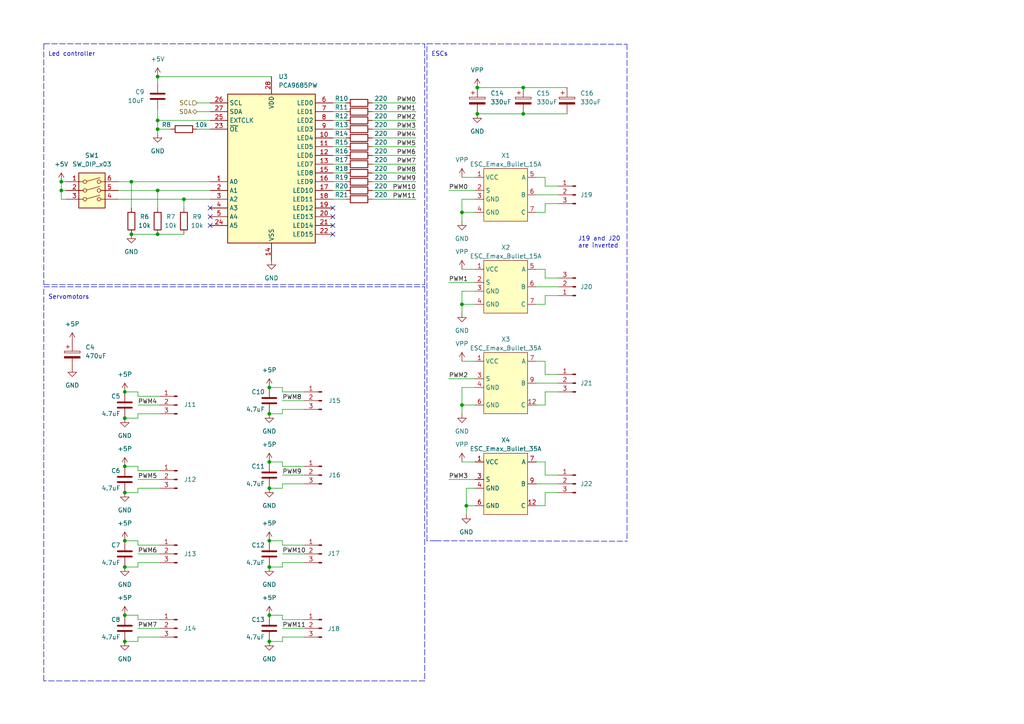
<source format=kicad_sch>
(kicad_sch (version 20211123) (generator eeschema)
  (paper "A4")
  (title_block (title "Carte Actuators") (date "2023-03-07") (rev "V2.0"))
  (lib_symbols
    (symbol "ComponentsEvo:ESC_Emax_Bullet_15A"
      (property "Reference" "X" (at 0 -8.89 0))
      (property "Value" "ESC_Emax_Bullet_15A" (at 0 -10.16 0))
      (symbol "ESC_Emax_Bullet_15A_0_1"
        (rectangle (start -6.35 7.62) (end 6.35 -7.62) (fill (type background)))
      )
      (symbol "ESC_Emax_Bullet_15A_1_1"
        (pin power_in line (at -8.89 5.08 0) (length 2.54) (name "VCC") (number "1"))
        (pin input line (at -8.89 1.27 0) (length 2.54) (name "S") (number "2"))
        (pin passive line (at -8.89 -1.27 0) (length 2.54) (name "GND") (number "3"))
        (pin power_in line (at -8.89 -5.08 0) (length 2.54) (name "GND") (number "4"))
        (pin power_out line (at 8.89 5.08 180) (length 2.54) (name "A") (number "5"))
        (pin power_out line (at 8.89 0 180) (length 2.54) (name "B") (number "6"))
        (pin power_out line (at 8.89 -5.08 180) (length 2.54) (name "C") (number "7"))
      )
    )
    (symbol "ComponentsEvo:ESC_Emax_Bullet_35A"
      (property "Reference" "X" (at 0 -10.16 0))
      (property "Value" "ESC_Emax_Bullet_35A" (at 0 -11.43 0))
      (symbol "ESC_Emax_Bullet_35A_0_1"
        (rectangle (start -6.35 8.89) (end 6.35 -8.89) (fill (type background)))
      )
      (symbol "ESC_Emax_Bullet_35A_1_1"
        (pin power_in line (at -8.89 6.35 0) (length 2.54) (name "VCC") (number "1"))
        (pin power_out line (at 8.89 0 180) (length 2.54) hide (name "B") (number "10"))
        (pin power_out line (at 8.89 -6.35 180) (length 2.54) hide (name "C") (number "11"))
        (pin power_out line (at 8.89 -6.35 180) (length 2.54) (name "C") (number "12"))
        (pin power_in line (at -8.89 6.35 0) (length 2.54) hide (name "VCC") (number "2"))
        (pin input line (at -8.89 1.27 0) (length 2.54) (name "S") (number "3"))
        (pin passive line (at -8.89 -1.27 0) (length 2.54) (name "GND") (number "4"))
        (pin power_in line (at -8.89 -6.35 0) (length 2.54) hide (name "GND") (number "5"))
        (pin power_in line (at -8.89 -6.35 0) (length 2.54) (name "GND") (number "6"))
        (pin power_out line (at 8.89 6.35 180) (length 2.54) (name "A") (number "7"))
        (pin power_out line (at 8.89 6.35 180) (length 2.54) hide (name "A") (number "8"))
        (pin power_out line (at 8.89 0 180) (length 2.54) (name "B") (number "9"))
      )
    )
    (symbol "Connector:Conn_01x03_Male" (pin_names (offset 1.016) hide)
      (property "Reference" "J" (at 0 5.08 0))
      (property "Value" "Conn_01x03_Male" (at 0 -5.08 0))
      (symbol "Conn_01x03_Male_1_1"
        (polyline (pts (xy 1.27 -2.54) (xy 0.8636 -2.54)) (stroke (width 0.1524)))
        (polyline (pts (xy 1.27 0) (xy 0.8636 0)) (stroke (width 0.1524)))
        (polyline (pts (xy 1.27 2.54) (xy 0.8636 2.54)) (stroke (width 0.1524)))
        (rectangle (start 0.8636 -2.413) (end 0 -2.667) (stroke (width 0.1524)) (fill (type outline)))
        (rectangle (start 0.8636 0.127) (end 0 -0.127) (stroke (width 0.1524)) (fill (type outline)))
        (rectangle (start 0.8636 2.667) (end 0 2.413) (stroke (width 0.1524)) (fill (type outline)))
        (pin passive line (at 5.08 2.54 180) (length 3.81) (name "Pin_1") (number "1"))
        (pin passive line (at 5.08 0 180) (length 3.81) (name "Pin_2") (number "2"))
        (pin passive line (at 5.08 -2.54 180) (length 3.81) (name "Pin_3") (number "3"))
      )
    )
    (symbol "Device:C" (pin_numbers hide) (pin_names (offset 0.254))
      (property "Reference" "C" (at 0.635 2.54 0))
      (property "Value" "C" (at 0.635 -2.54 0))
      (symbol "C_0_1"
        (polyline (pts (xy -2.032 -0.762) (xy 2.032 -0.762)) (stroke (width 0.508)))
        (polyline (pts (xy -2.032 0.762) (xy 2.032 0.762)) (stroke (width 0.508)))
      )
      (symbol "C_1_1"
        (pin passive line (at 0 3.81 270) (length 2.794) (name "~") (number "1"))
        (pin passive line (at 0 -3.81 90) (length 2.794) (name "~") (number "2"))
      )
    )
    (symbol "Device:C_Polarized" (pin_numbers hide) (pin_names (offset 0.254))
      (property "Reference" "C" (at 0.635 2.54 0))
      (property "Value" "C_Polarized" (at 0.635 -2.54 0))
      (symbol "C_Polarized_0_1"
        (rectangle (start -2.286 0.508) (end 2.286 1.016))
        (polyline (pts (xy -1.778 2.286) (xy -0.762 2.286)))
        (polyline (pts (xy -1.27 2.794) (xy -1.27 1.778)))
        (rectangle (start 2.286 -0.508) (end -2.286 -1.016) (fill (type outline)))
      )
      (symbol "C_Polarized_1_1"
        (pin passive line (at 0 3.81 270) (length 2.794) (name "~") (number "1"))
        (pin passive line (at 0 -3.81 90) (length 2.794) (name "~") (number "2"))
      )
    )
    (symbol "Device:R" (pin_numbers hide) (pin_names (offset 0))
      (property "Reference" "R" (at 2.032 0 90))
      (property "Value" "R" (at 0 0 90))
      (symbol "R_0_1"
        (rectangle (start -1.016 -2.54) (end 1.016 2.54) (stroke (width 0.254)))
      )
      (symbol "R_1_1"
        (pin passive line (at 0 3.81 270) (length 1.27) (name "~") (number "1"))
        (pin passive line (at 0 -3.81 90) (length 1.27) (name "~") (number "2"))
      )
    )
    (symbol "Driver_LED:PCA9685PW"
      (property "Reference" "U" (at -12.7 22.225 0))
      (property "Value" "PCA9685PW" (at 1.27 22.225 0))
      (symbol "PCA9685PW_0_1"
        (rectangle (start -12.7 20.32) (end 12.7 -22.86) (stroke (width 0.254)) (fill (type background)))
      )
      (symbol "PCA9685PW_1_1"
        (pin input line (at -17.78 -5.08 0) (length 5.08) (name "A0") (number "1"))
        (pin output line (at 17.78 7.62 180) (length 5.08) (name "LED4") (number "10"))
        (pin output line (at 17.78 5.08 180) (length 5.08) (name "LED5") (number "11"))
        (pin output line (at 17.78 2.54 180) (length 5.08) (name "LED6") (number "12"))
        (pin output line (at 17.78 0 180) (length 5.08) (name "LED7") (number "13"))
        (pin power_in line (at 0 -27.94 90) (length 5.08) (name "VSS") (number "14"))
        (pin output line (at 17.78 -2.54 180) (length 5.08) (name "LED8") (number "15"))
        (pin output line (at 17.78 -5.08 180) (length 5.08) (name "LED9") (number "16"))
        (pin output line (at 17.78 -7.62 180) (length 5.08) (name "LED10") (number "17"))
        (pin output line (at 17.78 -10.16 180) (length 5.08) (name "LED11") (number "18"))
        (pin output line (at 17.78 -12.7 180) (length 5.08) (name "LED12") (number "19"))
        (pin input line (at -17.78 -7.62 0) (length 5.08) (name "A1") (number "2"))
        (pin output line (at 17.78 -15.24 180) (length 5.08) (name "LED13") (number "20"))
        (pin output line (at 17.78 -17.78 180) (length 5.08) (name "LED14") (number "21"))
        (pin output line (at 17.78 -20.32 180) (length 5.08) (name "LED15") (number "22"))
        (pin input line (at -17.78 10.16 0) (length 5.08) (name "~{OE}") (number "23"))
        (pin input line (at -17.78 -17.78 0) (length 5.08) (name "A5") (number "24"))
        (pin input line (at -17.78 12.7 0) (length 5.08) (name "EXTCLK") (number "25"))
        (pin input line (at -17.78 17.78 0) (length 5.08) (name "SCL") (number "26"))
        (pin bidirectional line (at -17.78 15.24 0) (length 5.08) (name "SDA") (number "27"))
        (pin power_in line (at 0 25.4 270) (length 5.08) (name "VDD") (number "28"))
        (pin input line (at -17.78 -10.16 0) (length 5.08) (name "A2") (number "3"))
        (pin input line (at -17.78 -12.7 0) (length 5.08) (name "A3") (number "4"))
        (pin input line (at -17.78 -15.24 0) (length 5.08) (name "A4") (number "5"))
        (pin output line (at 17.78 17.78 180) (length 5.08) (name "LED0") (number "6"))
        (pin output line (at 17.78 15.24 180) (length 5.08) (name "LED1") (number "7"))
        (pin output line (at 17.78 12.7 180) (length 5.08) (name "LED2") (number "8"))
        (pin output line (at 17.78 10.16 180) (length 5.08) (name "LED3") (number "9"))
      )
    )
    (symbol "ESC_Emax_Bullet_35A_1"
      (property "Reference" "X" (at 0 -10.16 0))
      (property "Value" "ESC_Emax_Bullet_35A_1" (at 0 -11.43 0))
      (symbol "ESC_Emax_Bullet_35A_1_0_1"
        (rectangle (start -6.35 8.89) (end 6.35 -8.89) (fill (type background)))
      )
      (symbol "ESC_Emax_Bullet_35A_1_1_1"
        (pin power_in line (at -8.89 6.35 0) (length 2.54) (name "VCC") (number "1"))
        (pin power_out line (at 8.89 0 180) (length 2.54) hide (name "B") (number "10"))
        (pin power_out line (at 8.89 -6.35 180) (length 2.54) hide (name "C") (number "11"))
        (pin power_out line (at 8.89 -6.35 180) (length 2.54) (name "C") (number "12"))
        (pin power_in line (at -8.89 6.35 0) (length 2.54) hide (name "VCC") (number "2"))
        (pin input line (at -8.89 1.27 0) (length 2.54) (name "S") (number "3"))
        (pin passive line (at -8.89 -1.27 0) (length 2.54) (name "GND") (number "4"))
        (pin power_in line (at -8.89 -6.35 0) (length 2.54) hide (name "GND") (number "5"))
        (pin power_in line (at -8.89 -6.35 0) (length 2.54) (name "GND") (number "6"))
        (pin power_out line (at 8.89 6.35 180) (length 2.54) (name "A") (number "7"))
        (pin power_out line (at 8.89 6.35 180) (length 2.54) hide (name "A") (number "8"))
        (pin power_out line (at 8.89 0 180) (length 2.54) (name "B") (number "9"))
      )
    )
    (symbol "Switch:SW_DIP_x03" (pin_names (offset 0) hide)
      (property "Reference" "SW" (at 0 8.89 0))
      (property "Value" "SW_DIP_x03" (at 0 -3.81 0))
      (symbol "SW_DIP_x03_0_0"
        (circle (center -2.032 0) (radius 0.508))
        (circle (center -2.032 2.54) (radius 0.508))
        (circle (center -2.032 5.08) (radius 0.508))
        (polyline (pts (xy -1.524 0.127) (xy 2.3622 1.1684)))
        (polyline (pts (xy -1.524 2.667) (xy 2.3622 3.7084)))
        (polyline (pts (xy -1.524 5.207) (xy 2.3622 6.2484)))
        (circle (center 2.032 0) (radius 0.508))
        (circle (center 2.032 2.54) (radius 0.508))
        (circle (center 2.032 5.08) (radius 0.508))
      )
      (symbol "SW_DIP_x03_0_1"
        (rectangle (start -3.81 7.62) (end 3.81 -2.54) (stroke (width 0.254)) (fill (type background)))
      )
      (symbol "SW_DIP_x03_1_1"
        (pin passive line (at -7.62 5.08 0) (length 5.08) (name "~") (number "1"))
        (pin passive line (at -7.62 2.54 0) (length 5.08) (name "~") (number "2"))
        (pin passive line (at -7.62 0 0) (length 5.08) (name "~") (number "3"))
        (pin passive line (at 7.62 0 180) (length 5.08) (name "~") (number "4"))
        (pin passive line (at 7.62 2.54 180) (length 5.08) (name "~") (number "5"))
        (pin passive line (at 7.62 5.08 180) (length 5.08) (name "~") (number "6"))
      )
    )
    (symbol "power:+5P" (power) (pin_names (offset 0))
      (property "Value" "+5P" (at 0 3.556 0))
      (symbol "+5P_0_1"
        (polyline (pts (xy -0.762 1.27) (xy 0 2.54)))
        (polyline (pts (xy 0 0) (xy 0 2.54)))
        (polyline (pts (xy 0 2.54) (xy 0.762 1.27)))
      )
      (symbol "+5P_1_1"
        (pin power_in line (at 0 0 90) (length 0) hide (name "+5P") (number "1"))
      )
    )
    (symbol "power:+5V" (power) (pin_names (offset 0))
      (property "Value" "+5V" (at 0 3.556 0))
      (symbol "+5V_0_1"
        (polyline (pts (xy -0.762 1.27) (xy 0 2.54)))
        (polyline (pts (xy 0 0) (xy 0 2.54)))
        (polyline (pts (xy 0 2.54) (xy 0.762 1.27)))
      )
      (symbol "+5V_1_1"
        (pin power_in line (at 0 0 90) (length 0) hide (name "+5V") (number "1"))
      )
    )
    (symbol "power:GND" (power) (pin_names (offset 0))
      (property "Value" "GND" (at 0 -3.81 0))
      (symbol "GND_0_1"
        (polyline (pts (xy 0 0) (xy 0 -1.27) (xy 1.27 -1.27) (xy 0 -2.54) (xy -1.27 -1.27) (xy 0 -1.27)))
      )
      (symbol "GND_1_1"
        (pin power_in line (at 0 0 270) (length 0) hide (name "GND") (number "1"))
      )
    )
    (symbol "power:VPP" (power) (pin_names (offset 0))
      (property "Value" "VPP" (at 0 3.81 0))
      (symbol "VPP_0_1"
        (polyline (pts (xy -0.762 1.27) (xy 0 2.54)))
        (polyline (pts (xy 0 0) (xy 0 2.54)))
        (polyline (pts (xy 0 2.54) (xy 0.762 1.27)))
      )
      (symbol "VPP_1_1"
        (pin power_in line (at 0 0 90) (length 0) hide (name "VPP") (number "1"))
      )
    )
  )
  (junction (at 151.765 25.4))
  (junction (at 53.34 57.785))
  (junction (at 78.105 164.465))
  (junction (at 133.985 88.265))
  (junction (at 133.985 61.595))
  (junction (at 45.72 37.465))
  (junction (at 78.105 156.845))
  (junction (at 36.195 186.055))
  (junction (at 38.1 52.705))
  (junction (at 45.72 55.245))
  (junction (at 78.105 178.435))
  (junction (at 17.78 52.705))
  (junction (at 17.78 55.245))
  (junction (at 36.195 178.435))
  (junction (at 36.195 135.255))
  (junction (at 38.1 67.945))
  (junction (at 36.195 113.665))
  (junction (at 78.105 133.985))
  (junction (at 135.255 146.685))
  (junction (at 45.72 67.945))
  (junction (at 78.105 186.055))
  (junction (at 78.105 112.395))
  (junction (at 36.195 164.465))
  (junction (at 36.195 121.285))
  (junction (at 133.985 117.475))
  (junction (at 138.43 25.4))
  (junction (at 36.195 156.845))
  (junction (at 45.72 22.225))
  (junction (at 138.43 33.02))
  (junction (at 151.765 33.02))
  (junction (at 78.105 120.015))
  (junction (at 36.195 142.875))
  (junction (at 78.105 141.605))
  (junction (at 45.72 34.925))
  (no_connect (at 96.52 65.405))
  (no_connect (at 96.52 62.865))
  (no_connect (at 60.96 62.865))
  (no_connect (at 96.52 67.945))
  (no_connect (at 96.52 60.325))
  (no_connect (at 60.96 65.405))
  (no_connect (at 60.96 60.325))
  (wire (pts (xy 107.95 42.545) (xy 120.65 42.545)))
  (wire (pts (xy 137.795 141.605) (xy 135.255 141.605)))
  (wire (pts (xy 158.115 137.795) (xy 161.925 137.795)))
  (wire (pts (xy 40.005 117.475) (xy 46.355 117.475)))
  (wire (pts (xy 155.575 83.185) (xy 161.925 83.185)))
  (wire (pts (xy 81.915 156.845) (xy 78.105 156.845)))
  (wire (pts (xy 155.575 61.595) (xy 158.115 61.595)))
  (wire (pts (xy 57.15 29.845) (xy 60.96 29.845)))
  (wire (pts (xy 107.95 29.845) (xy 120.65 29.845)))
  (wire (pts (xy 158.115 142.875) (xy 161.925 142.875)))
  (wire (pts (xy 40.005 160.655) (xy 46.355 160.655)))
  (wire (pts (xy 151.765 25.4) (xy 164.465 25.4)))
  (wire (pts (xy 81.915 137.795) (xy 88.265 137.795)))
  (polyline (pts (xy 12.7 83.185) (xy 123.19 83.185)))
  (wire (pts (xy 151.765 33.02) (xy 164.465 33.02)))
  (wire (pts (xy 38.1 52.705) (xy 60.96 52.705)))
  (wire (pts (xy 133.985 61.595) (xy 137.795 61.595)))
  (wire (pts (xy 130.175 81.915) (xy 137.795 81.915)))
  (wire (pts (xy 81.915 163.195) (xy 88.265 163.195)))
  (wire (pts (xy 158.115 88.265) (xy 158.115 85.725)))
  (wire (pts (xy 17.78 55.245) (xy 19.05 55.245)))
  (wire (pts (xy 107.95 55.245) (xy 120.65 55.245)))
  (wire (pts (xy 17.78 52.705) (xy 17.78 55.245)))
  (wire (pts (xy 40.005 163.195) (xy 46.355 163.195)))
  (polyline (pts (xy 12.7 82.55) (xy 123.19 82.55)))
  (wire (pts (xy 155.575 133.985) (xy 158.115 133.985)))
  (wire (pts (xy 155.575 111.125) (xy 161.925 111.125)))
  (wire (pts (xy 40.005 186.055) (xy 40.005 184.785)))
  (wire (pts (xy 107.95 32.385) (xy 120.65 32.385)))
  (wire (pts (xy 81.915 113.665) (xy 81.915 112.395)))
  (wire (pts (xy 40.005 113.665) (xy 36.195 113.665)))
  (wire (pts (xy 78.105 164.465) (xy 81.915 164.465)))
  (wire (pts (xy 130.175 109.855) (xy 137.795 109.855)))
  (polyline (pts (xy 123.19 82.55) (xy 123.19 12.7)))
  (wire (pts (xy 81.915 118.745) (xy 88.265 118.745)))
  (wire (pts (xy 45.72 60.325) (xy 45.72 55.245)))
  (wire (pts (xy 81.915 141.605) (xy 81.915 140.335)))
  (wire (pts (xy 88.265 113.665) (xy 81.915 113.665)))
  (wire (pts (xy 138.43 25.4) (xy 151.765 25.4)))
  (polyline (pts (xy 181.864 12.827) (xy 181.864 156.972)))
  (wire (pts (xy 158.115 117.475) (xy 158.115 113.665)))
  (wire (pts (xy 133.985 78.105) (xy 137.795 78.105)))
  (wire (pts (xy 88.265 158.115) (xy 81.915 158.115)))
  (wire (pts (xy 96.52 29.845) (xy 100.33 29.845)))
  (wire (pts (xy 158.115 78.105) (xy 158.115 80.645)))
  (polyline (pts (xy 12.7 197.485) (xy 12.7 83.185)))
  (wire (pts (xy 81.915 164.465) (xy 81.915 163.195)))
  (wire (pts (xy 19.05 57.785) (xy 17.78 57.785)))
  (wire (pts (xy 38.1 52.705) (xy 38.1 60.325)))
  (polyline (pts (xy 123.19 197.485) (xy 12.7 197.485)))
  (wire (pts (xy 45.72 22.225) (xy 45.72 24.13)))
  (wire (pts (xy 107.95 34.925) (xy 120.65 34.925)))
  (wire (pts (xy 81.915 140.335) (xy 88.265 140.335)))
  (wire (pts (xy 45.72 31.75) (xy 45.72 34.925)))
  (wire (pts (xy 96.52 52.705) (xy 100.33 52.705)))
  (wire (pts (xy 135.255 146.685) (xy 137.795 146.685)))
  (wire (pts (xy 107.95 45.085) (xy 120.65 45.085)))
  (wire (pts (xy 57.15 37.465) (xy 60.96 37.465)))
  (wire (pts (xy 81.915 135.255) (xy 81.915 133.985)))
  (wire (pts (xy 158.115 85.725) (xy 161.925 85.725)))
  (wire (pts (xy 158.115 133.985) (xy 158.115 137.795)))
  (wire (pts (xy 81.915 133.985) (xy 78.105 133.985)))
  (wire (pts (xy 40.005 142.875) (xy 40.005 141.605)))
  (polyline (pts (xy 123.825 156.845) (xy 123.825 12.7)))
  (wire (pts (xy 96.52 47.625) (xy 100.33 47.625)))
  (wire (pts (xy 96.52 45.085) (xy 100.33 45.085)))
  (wire (pts (xy 107.95 37.465) (xy 120.65 37.465)))
  (wire (pts (xy 133.985 51.435) (xy 137.795 51.435)))
  (wire (pts (xy 40.005 136.525) (xy 40.005 135.255)))
  (wire (pts (xy 96.52 57.785) (xy 100.33 57.785)))
  (wire (pts (xy 133.985 90.805) (xy 133.985 88.265)))
  (wire (pts (xy 36.195 121.285) (xy 40.005 121.285)))
  (wire (pts (xy 81.915 112.395) (xy 78.105 112.395)))
  (wire (pts (xy 45.72 37.465) (xy 49.53 37.465)))
  (wire (pts (xy 81.915 182.245) (xy 88.265 182.245)))
  (wire (pts (xy 46.355 179.705) (xy 40.005 179.705)))
  (wire (pts (xy 40.005 184.785) (xy 46.355 184.785)))
  (wire (pts (xy 46.355 158.115) (xy 40.005 158.115)))
  (wire (pts (xy 40.005 139.065) (xy 46.355 139.065)))
  (wire (pts (xy 158.115 80.645) (xy 161.925 80.645)))
  (wire (pts (xy 57.15 32.385) (xy 60.96 32.385)))
  (wire (pts (xy 158.115 59.055) (xy 161.925 59.055)))
  (wire (pts (xy 81.915 158.115) (xy 81.915 156.845)))
  (wire (pts (xy 40.005 121.285) (xy 40.005 120.015)))
  (wire (pts (xy 107.95 57.785) (xy 120.65 57.785)))
  (wire (pts (xy 81.915 184.785) (xy 88.265 184.785)))
  (wire (pts (xy 40.005 135.255) (xy 36.195 135.255)))
  (wire (pts (xy 158.115 146.685) (xy 158.115 142.875)))
  (wire (pts (xy 96.52 37.465) (xy 100.33 37.465)))
  (wire (pts (xy 133.985 88.265) (xy 133.985 84.455)))
  (wire (pts (xy 155.575 56.515) (xy 161.925 56.515)))
  (wire (pts (xy 53.34 57.785) (xy 60.96 57.785)))
  (wire (pts (xy 46.355 114.935) (xy 40.005 114.935)))
  (wire (pts (xy 133.985 84.455) (xy 137.795 84.455)))
  (wire (pts (xy 36.195 186.055) (xy 40.005 186.055)))
  (wire (pts (xy 40.005 164.465) (xy 40.005 163.195)))
  (wire (pts (xy 45.72 22.225) (xy 78.74 22.225)))
  (wire (pts (xy 158.115 113.665) (xy 161.925 113.665)))
  (wire (pts (xy 133.985 64.135) (xy 133.985 61.595)))
  (wire (pts (xy 17.78 52.705) (xy 19.05 52.705)))
  (wire (pts (xy 36.195 142.875) (xy 40.005 142.875)))
  (wire (pts (xy 155.575 146.685) (xy 158.115 146.685)))
  (wire (pts (xy 40.005 120.015) (xy 46.355 120.015)))
  (wire (pts (xy 53.34 60.325) (xy 53.34 57.785)))
  (wire (pts (xy 36.195 164.465) (xy 40.005 164.465)))
  (wire (pts (xy 107.95 40.005) (xy 120.65 40.005)))
  (wire (pts (xy 81.915 178.435) (xy 78.105 178.435)))
  (polyline (pts (xy 123.19 83.185) (xy 123.19 197.485)))
  (wire (pts (xy 40.005 179.705) (xy 40.005 178.435)))
  (wire (pts (xy 130.175 55.245) (xy 137.795 55.245)))
  (wire (pts (xy 138.43 33.02) (xy 151.765 33.02)))
  (wire (pts (xy 96.52 42.545) (xy 100.33 42.545)))
  (wire (pts (xy 78.105 141.605) (xy 81.915 141.605)))
  (wire (pts (xy 135.255 146.685) (xy 135.255 149.225)))
  (wire (pts (xy 81.915 120.015) (xy 81.915 118.745)))
  (polyline (pts (xy 12.7 12.7) (xy 12.7 82.55)))
  (wire (pts (xy 96.52 50.165) (xy 100.33 50.165)))
  (wire (pts (xy 133.985 117.475) (xy 137.795 117.475)))
  (wire (pts (xy 81.915 179.705) (xy 81.915 178.435)))
  (wire (pts (xy 133.985 133.985) (xy 137.795 133.985)))
  (wire (pts (xy 38.1 67.945) (xy 45.72 67.945)))
  (wire (pts (xy 96.52 34.925) (xy 100.33 34.925)))
  (wire (pts (xy 45.72 55.245) (xy 60.96 55.245)))
  (polyline (pts (xy 126.365 156.845) (xy 123.825 156.845)))
  (wire (pts (xy 158.115 53.975) (xy 158.115 51.435)))
  (wire (pts (xy 155.575 88.265) (xy 158.115 88.265)))
  (wire (pts (xy 40.005 178.435) (xy 36.195 178.435)))
  (wire (pts (xy 78.105 120.015) (xy 81.915 120.015)))
  (wire (pts (xy 161.925 53.975) (xy 158.115 53.975)))
  (wire (pts (xy 45.72 37.465) (xy 45.72 38.735)))
  (wire (pts (xy 88.265 179.705) (xy 81.915 179.705)))
  (wire (pts (xy 107.95 50.165) (xy 120.65 50.165)))
  (wire (pts (xy 81.915 186.055) (xy 81.915 184.785)))
  (wire (pts (xy 133.985 104.775) (xy 137.795 104.775)))
  (wire (pts (xy 78.105 186.055) (xy 81.915 186.055)))
  (wire (pts (xy 133.985 88.265) (xy 137.795 88.265)))
  (wire (pts (xy 40.005 156.845) (xy 36.195 156.845)))
  (wire (pts (xy 158.115 61.595) (xy 158.115 59.055)))
  (polyline (pts (xy 12.7 12.7) (xy 123.19 12.7)))
  (wire (pts (xy 81.915 116.205) (xy 88.265 116.205)))
  (wire (pts (xy 155.575 140.335) (xy 161.925 140.335)))
  (wire (pts (xy 40.005 182.245) (xy 46.355 182.245)))
  (wire (pts (xy 40.005 141.605) (xy 46.355 141.605)))
  (wire (pts (xy 133.985 57.785) (xy 137.795 57.785)))
  (polyline (pts (xy 126.365 156.845) (xy 181.864 156.972)))
  (wire (pts (xy 81.915 160.655) (xy 88.265 160.655)))
  (wire (pts (xy 34.29 55.245) (xy 45.72 55.245)))
  (wire (pts (xy 158.115 108.585) (xy 158.115 104.775)))
  (wire (pts (xy 40.005 114.935) (xy 40.005 113.665)))
  (wire (pts (xy 34.29 52.705) (xy 38.1 52.705)))
  (wire (pts (xy 60.96 34.925) (xy 45.72 34.925)))
  (wire (pts (xy 107.95 52.705) (xy 120.65 52.705)))
  (wire (pts (xy 158.115 108.585) (xy 161.925 108.585)))
  (wire (pts (xy 130.175 139.065) (xy 137.795 139.065)))
  (wire (pts (xy 133.985 120.015) (xy 133.985 117.475)))
  (polyline (pts (xy 123.825 12.7) (xy 181.864 12.827)))
  (wire (pts (xy 96.52 40.005) (xy 100.33 40.005)))
  (wire (pts (xy 107.95 47.625) (xy 120.65 47.625)))
  (wire (pts (xy 133.985 61.595) (xy 133.985 57.785)))
  (wire (pts (xy 88.265 135.255) (xy 81.915 135.255)))
  (wire (pts (xy 155.575 117.475) (xy 158.115 117.475)))
  (wire (pts (xy 17.78 55.245) (xy 17.78 57.785)))
  (wire (pts (xy 40.005 158.115) (xy 40.005 156.845)))
  (wire (pts (xy 133.985 117.475) (xy 133.985 112.395)))
  (wire (pts (xy 135.255 141.605) (xy 135.255 146.685)))
  (wire (pts (xy 155.575 78.105) (xy 158.115 78.105)))
  (wire (pts (xy 133.985 112.395) (xy 137.795 112.395)))
  (wire (pts (xy 96.52 55.245) (xy 100.33 55.245)))
  (wire (pts (xy 96.52 32.385) (xy 100.33 32.385)))
  (wire (pts (xy 34.29 57.785) (xy 53.34 57.785)))
  (wire (pts (xy 155.575 51.435) (xy 158.115 51.435)))
  (wire (pts (xy 45.72 67.945) (xy 53.34 67.945)))
  (wire (pts (xy 155.575 104.775) (xy 158.115 104.775)))
  (wire (pts (xy 45.72 34.925) (xy 45.72 37.465)))
  (wire (pts (xy 46.355 136.525) (xy 40.005 136.525)))
  (text "ESCs" (at 125.095 16.51 0) (effects (font (size 1.27 1.27)) (justify left bottom)))
  (text "J19 and J20\nare inverted" (at 167.64 72.136 0) (effects (font (size 1.27 1.27)) (justify left bottom)))
  (text "Led controller" (at 13.97 16.51 0) (effects (font (size 1.27 1.27)) (justify left bottom)))
  (text "Servomotors" (at 13.97 86.995 0) (effects (font (size 1.27 1.27)) (justify left bottom)))
  (label "PWM5" (at 40.005 139.065 0))
  (label "PWM1" (at 120.65 32.385 180))
  (label "PWM4" (at 120.65 40.005 180))
  (label "PWM6" (at 120.65 45.085 180))
  (label "PWM10" (at 81.915 160.655 0))
  (label "PWM9" (at 120.65 52.705 180))
  (label "PWM6" (at 40.005 160.655 0))
  (label "PWM11" (at 120.65 57.785 180))
  (label "PWM2" (at 120.65 34.925 180))
  (label "PWM2" (at 130.175 109.855 0))
  (label "PWM10" (at 120.65 55.245 180))
  (label "PWM11" (at 81.915 182.245 0))
  (label "PWM3" (at 120.65 37.465 180))
  (label "PWM5" (at 120.65 42.545 180))
  (label "PWM9" (at 81.915 137.795 0))
  (label "PWM0" (at 120.65 29.845 180))
  (label "PWM3" (at 130.175 139.065 0))
  (label "PWM8" (at 81.915 116.205 0))
  (label "PWM7" (at 40.005 182.245 0))
  (label "PWM1" (at 130.175 81.915 0))
  (label "PWM4" (at 40.005 117.475 0))
  (label "PWM0" (at 130.175 55.245 0))
  (label "PWM8" (at 120.65 50.165 180))
  (label "PWM7" (at 120.65 47.625 180))
  (hierarchical_label "SDA" (shape bidirectional) (at 57.15 32.385 180))
  (hierarchical_label "SCL" (shape input) (at 57.15 29.845 180))
  (symbol (lib_id "ComponentsEvo:ESC_Emax_Bullet_35A") (at 146.685 140.335 0) (unit 1)
    (property "Reference" "X4" (at 146.685 127.635 0))
    (property "Value" "ESC_Emax_Bullet_35A" (at 146.685 130.175 0))
    (property "Footprint" "ComponentsEvo:ESC_Emax_Bullet_35A" (effects hide))
  )
  (symbol (lib_id "Device:R") (at 53.34 64.135 0) (unit 1)
    (property "Reference" "R9" (at 57.15 62.865 0))
    (property "Value" "10k" (at 57.15 65.405 0))
    (property "Footprint" "Resistor_SMD:R_0603_1608Metric" (effects hide))
  )
  (symbol (lib_id "power:VPP") (at 133.985 104.775 0) (unit 1)
    (property "Reference" "#PWR070" (effects hide))
    (property "Value" "VPP" (at 133.985 99.695 0))
  )
  (symbol (lib_id "power:GND") (at 45.72 38.735 0) (unit 1)
    (property "Reference" "#PWR056" (effects hide))
    (property "Value" "GND" (at 45.72 43.815 0))
  )
  (symbol (lib_id "Connector:Conn_01x03_Male") (at 167.005 111.125 0) (mirror y) (unit 1)
    (property "Reference" "J21" (at 168.275 111.125 0) (effects (justify right)))
    (property "Value" "Conn_01x03_Male" (effects hide))
    (property "Footprint" "ConnectorsEvo:64900311122" (effects hide))
  )
  (symbol (lib_id "Connector:Conn_01x03_Male") (at 51.435 139.065 0) (mirror y) (unit 1)
    (property "Reference" "J12" (at 53.34 139.0649 0) (effects (justify right)))
    (property "Value" "Conn_01x03_Male" (effects hide))
    (property "Footprint" "Connector_PinHeader_2.54mm:PinHeader_1x03_P2.54mm_Vertical" (effects hide))
  )
  (symbol (lib_id "power:VPP") (at 138.43 25.4 0) (unit 1)
    (property "Reference" "#PWR074" (effects hide))
    (property "Value" "VPP" (at 138.43 20.32 0))
  )
  (symbol (lib_id "Device:C") (at 36.195 139.065 0) (mirror y) (unit 1)
    (property "Reference" "C6" (at 34.925 136.525 0) (effects (justify left)))
    (property "Value" "4.7uF" (at 34.925 141.605 0) (effects (justify left)))
    (property "Footprint" "Capacitor_SMD:C_0603_1608Metric" (effects hide))
  )
  (symbol (lib_id "Device:C_Polarized") (at 20.955 102.87 0) (unit 1)
    (property "Reference" "C4" (at 24.765 100.7109 0) (effects (justify left)))
    (property "Value" "470uF" (at 24.765 103.2509 0) (effects (justify left)))
    (property "Footprint" "Capacitor_THT:CP_Radial_D10.0mm_P5.00mm" (effects hide))
  )
  (symbol (lib_id "power:+5P") (at 78.105 112.395 0) (unit 1)
    (property "Reference" "#PWR057" (effects hide))
    (property "Value" "+5P" (at 78.105 107.315 0))
  )
  (symbol (lib_id "power:+5P") (at 78.105 156.845 0) (unit 1)
    (property "Reference" "#PWR061" (effects hide))
    (property "Value" "+5P" (at 78.105 151.765 0))
  )
  (symbol (lib_id "power:+5V") (at 45.72 22.225 0) (unit 1)
    (property "Reference" "#PWR055" (effects hide))
    (property "Value" "+5V" (at 45.72 17.145 0))
  )
  (symbol (lib_id "Device:C") (at 78.105 137.795 0) (mirror y) (unit 1)
    (property "Reference" "C11" (at 76.835 135.255 0) (effects (justify left)))
    (property "Value" "4.7uF" (at 76.835 140.335 0) (effects (justify left)))
    (property "Footprint" "Capacitor_SMD:C_0603_1608Metric" (effects hide))
  )
  (symbol (lib_id "Device:R") (at 104.14 50.165 90) (unit 1)
    (property "Reference" "R18" (at 99.06 48.895 90))
    (property "Value" "220" (at 110.49 48.895 90))
    (property "Footprint" "Resistor_SMD:R_0603_1608Metric" (effects hide))
  )
  (symbol (lib_id "power:+5P") (at 36.195 135.255 0) (unit 1)
    (property "Reference" "#PWR048" (effects hide))
    (property "Value" "+5P" (at 36.195 130.175 0))
  )
  (symbol (lib_id "Connector:Conn_01x03_Male") (at 167.005 140.335 0) (mirror y) (unit 1)
    (property "Reference" "J22" (at 168.275 140.335 0) (effects (justify right)))
    (property "Value" "Conn_01x03_Male" (effects hide))
    (property "Footprint" "ConnectorsEvo:64900311122" (effects hide))
  )
  (symbol (lib_id "Device:C") (at 36.195 117.475 0) (mirror y) (unit 1)
    (property "Reference" "C5" (at 34.925 114.935 0) (effects (justify left)))
    (property "Value" "4.7uF" (at 34.925 120.015 0) (effects (justify left)))
    (property "Footprint" "Capacitor_SMD:C_0603_1608Metric" (effects hide))
  )
  (symbol (lib_id "Device:C") (at 78.105 182.245 0) (mirror y) (unit 1)
    (property "Reference" "C13" (at 76.835 179.705 0) (effects (justify left)))
    (property "Value" "4.7uF" (at 76.835 184.785 0) (effects (justify left)))
    (property "Footprint" "Capacitor_SMD:C_0603_1608Metric" (effects hide))
  )
  (symbol (lib_id "Device:R") (at 45.72 64.135 0) (unit 1)
    (property "Reference" "R7" (at 49.53 62.865 0))
    (property "Value" "10k" (at 49.53 65.405 0))
    (property "Footprint" "Resistor_SMD:R_0603_1608Metric" (effects hide))
  )
  (symbol (lib_name "ESC_Emax_Bullet_35A_1") (lib_id "ComponentsEvo:ESC_Emax_Bullet_35A") (at 146.685 111.125 0) (unit 1)
    (property "Reference" "X3" (at 146.685 98.425 0))
    (property "Value" "ESC_Emax_Bullet_35A" (at 146.685 100.965 0))
    (property "Footprint" "ComponentsEvo:ESC_Emax_Bullet_35A" (effects hide))
  )
  (symbol (lib_id "power:VPP") (at 133.985 133.985 0) (unit 1)
    (property "Reference" "#PWR072" (effects hide))
    (property "Value" "VPP" (at 133.985 128.905 0))
  )
  (symbol (lib_id "Device:C") (at 45.72 27.94 0) (mirror x) (unit 1)
    (property "Reference" "C9" (at 41.91 26.6699 0) (effects (justify right)))
    (property "Value" "10uF" (at 41.91 29.2099 0) (effects (justify right)))
    (property "Footprint" "Capacitor_SMD:C_0603_1608Metric" (effects hide))
  )
  (symbol (lib_id "Device:R") (at 104.14 40.005 90) (unit 1)
    (property "Reference" "R14" (at 99.06 38.735 90))
    (property "Value" "220" (at 110.49 38.735 90))
    (property "Footprint" "Resistor_SMD:R_0603_1608Metric" (effects hide))
  )
  (symbol (lib_id "Device:C_Polarized") (at 151.765 29.21 0) (unit 1)
    (property "Reference" "C15" (at 155.575 27.0509 0) (effects (justify left)))
    (property "Value" "330uF" (at 155.575 29.5909 0) (effects (justify left)))
    (property "Footprint" "Capacitor_THT:CP_Radial_D10.0mm_P5.00mm" (effects hide))
  )
  (symbol (lib_id "Device:C_Polarized") (at 138.43 29.21 0) (unit 1)
    (property "Reference" "C14" (at 142.24 27.0509 0) (effects (justify left)))
    (property "Value" "330uF" (at 142.24 29.5909 0) (effects (justify left)))
    (property "Footprint" "Capacitor_THT:CP_Radial_D10.0mm_P5.00mm" (effects hide))
  )
  (symbol (lib_id "Device:C") (at 36.195 160.655 0) (mirror y) (unit 1)
    (property "Reference" "C7" (at 34.925 158.115 0) (effects (justify left)))
    (property "Value" "4.7uF" (at 34.925 163.195 0) (effects (justify left)))
    (property "Footprint" "Capacitor_SMD:C_0603_1608Metric" (effects hide))
  )
  (symbol (lib_id "power:+5V") (at 17.78 52.705 0) (unit 1)
    (property "Reference" "#PWR043" (effects hide))
    (property "Value" "+5V" (at 17.78 47.625 0))
  )
  (symbol (lib_id "power:GND") (at 138.43 33.02 0) (unit 1)
    (property "Reference" "#PWR075" (effects hide))
    (property "Value" "GND" (at 138.43 38.1 0))
  )
  (symbol (lib_id "Driver_LED:PCA9685PW") (at 78.74 47.625 0) (unit 1)
    (property "Reference" "U3" (at 80.7594 22.225 0) (effects (justify left)))
    (property "Value" "PCA9685PW" (at 80.7594 24.765 0) (effects (justify left)))
    (property "Footprint" "Package_SO:TSSOP-28_4.4x9.7mm_P0.65mm" (effects hide))
    (property "Datasheet" "http://www.nxp.com/documents/data_sheet/PCA9685.pdf" (effects hide))
  )
  (symbol (lib_id "Device:R") (at 104.14 29.845 90) (unit 1)
    (property "Reference" "R10" (at 99.06 28.575 90))
    (property "Value" "220" (at 110.49 28.575 90))
    (property "Footprint" "Resistor_SMD:R_0603_1608Metric" (effects hide))
  )
  (symbol (lib_id "Connector:Conn_01x03_Male") (at 51.435 160.655 0) (mirror y) (unit 1)
    (property "Reference" "J13" (at 53.34 160.6549 0) (effects (justify right)))
    (property "Value" "Conn_01x03_Male" (effects hide))
    (property "Footprint" "Connector_PinHeader_2.54mm:PinHeader_1x03_P2.54mm_Vertical" (effects hide))
  )
  (symbol (lib_id "power:+5P") (at 36.195 156.845 0) (unit 1)
    (property "Reference" "#PWR050" (effects hide))
    (property "Value" "+5P" (at 36.195 151.765 0))
  )
  (symbol (lib_id "power:+5P") (at 36.195 178.435 0) (unit 1)
    (property "Reference" "#PWR052" (effects hide))
    (property "Value" "+5P" (at 36.195 173.355 0))
  )
  (symbol (lib_id "Device:R") (at 53.34 37.465 90) (unit 1)
    (property "Reference" "R8" (at 48.26 36.195 90))
    (property "Value" "10k" (at 58.42 36.195 90))
    (property "Footprint" "Resistor_SMD:R_0603_1608Metric" (effects hide))
  )
  (symbol (lib_id "Device:R") (at 104.14 57.785 90) (unit 1)
    (property "Reference" "R21" (at 99.06 56.515 90))
    (property "Value" "220" (at 110.49 56.515 90))
    (property "Footprint" "Resistor_SMD:R_0603_1608Metric" (effects hide))
  )
  (symbol (lib_id "power:GND") (at 20.955 106.68 0) (unit 1)
    (property "Reference" "#PWR045" (effects hide))
    (property "Value" "GND" (at 20.955 111.76 0))
  )
  (symbol (lib_id "power:GND") (at 36.195 142.875 0) (unit 1)
    (property "Reference" "#PWR049" (effects hide))
    (property "Value" "GND" (at 36.195 147.955 0))
  )
  (symbol (lib_id "ComponentsEvo:ESC_Emax_Bullet_15A") (at 146.685 56.515 0) (unit 1)
    (property "Reference" "X1" (at 146.685 45.085 0))
    (property "Value" "ESC_Emax_Bullet_15A" (at 146.685 47.625 0))
    (property "Footprint" "ComponentsEvo:ESC_Emax_Bullet_15A" (effects hide))
  )
  (symbol (lib_id "Device:C_Polarized") (at 164.465 29.21 0) (unit 1)
    (property "Reference" "C16" (at 168.275 27.0509 0) (effects (justify left)))
    (property "Value" "330uF" (at 168.275 29.5909 0) (effects (justify left)))
    (property "Footprint" "Capacitor_THT:CP_Radial_D10.0mm_P5.00mm" (effects hide))
  )
  (symbol (lib_id "Switch:SW_DIP_x03") (at 26.67 57.785 0) (unit 1)
    (property "Reference" "SW1" (at 26.67 45.085 0))
    (property "Value" "SW_DIP_x03" (at 26.67 47.625 0))
    (property "Footprint" "Button_Switch_SMD:SW_DIP_SPSTx03_Slide_KingTek_DSHP03TS_W7.62mm_P1.27mm" (effects hide))
  )
  (symbol (lib_id "power:GND") (at 133.985 90.805 0) (unit 1)
    (property "Reference" "#PWR069" (effects hide))
    (property "Value" "GND" (at 133.985 95.885 0))
  )
  (symbol (lib_id "power:+5P") (at 78.105 178.435 0) (unit 1)
    (property "Reference" "#PWR063" (effects hide))
    (property "Value" "+5P" (at 78.105 173.355 0))
  )
  (symbol (lib_id "Device:R") (at 104.14 42.545 90) (unit 1)
    (property "Reference" "R15" (at 99.06 41.275 90))
    (property "Value" "220" (at 110.49 41.275 90))
    (property "Footprint" "Resistor_SMD:R_0603_1608Metric" (effects hide))
  )
  (symbol (lib_id "power:GND") (at 78.105 141.605 0) (unit 1)
    (property "Reference" "#PWR060" (effects hide))
    (property "Value" "GND" (at 78.105 146.685 0))
  )
  (symbol (lib_id "power:VPP") (at 133.985 78.105 0) (unit 1)
    (property "Reference" "#PWR068" (effects hide))
    (property "Value" "VPP" (at 133.985 73.025 0))
  )
  (symbol (lib_id "power:GND") (at 38.1 67.945 0) (unit 1)
    (property "Reference" "#PWR054" (effects hide))
    (property "Value" "GND" (at 38.1 73.025 0))
  )
  (symbol (lib_id "Connector:Conn_01x03_Male") (at 167.005 83.185 180) (unit 1)
    (property "Reference" "J20" (at 168.275 83.185 0) (effects (justify right)))
    (property "Value" "Conn_01x03_Male" (effects hide))
    (property "Footprint" "ConnectorsEvo:64900311122" (effects hide))
  )
  (symbol (lib_id "Device:R") (at 104.14 45.085 90) (unit 1)
    (property "Reference" "R16" (at 99.06 43.815 90))
    (property "Value" "220" (at 110.49 43.815 90))
    (property "Footprint" "Resistor_SMD:R_0603_1608Metric" (effects hide))
  )
  (symbol (lib_id "Connector:Conn_01x03_Male") (at 51.435 182.245 0) (mirror y) (unit 1)
    (property "Reference" "J14" (at 53.34 182.2449 0) (effects (justify right)))
    (property "Value" "Conn_01x03_Male" (effects hide))
    (property "Footprint" "Connector_PinHeader_2.54mm:PinHeader_1x03_P2.54mm_Vertical" (effects hide))
  )
  (symbol (lib_id "power:+5P") (at 36.195 113.665 0) (unit 1)
    (property "Reference" "#PWR046" (effects hide))
    (property "Value" "+5P" (at 36.195 108.585 0))
  )
  (symbol (lib_id "power:GND") (at 36.195 164.465 0) (unit 1)
    (property "Reference" "#PWR051" (effects hide))
    (property "Value" "GND" (at 36.195 169.545 0))
  )
  (symbol (lib_id "ComponentsEvo:ESC_Emax_Bullet_15A") (at 146.685 83.185 0) (unit 1)
    (property "Reference" "X2" (at 146.685 71.755 0))
    (property "Value" "ESC_Emax_Bullet_15A" (at 146.685 74.295 0))
    (property "Footprint" "ComponentsEvo:ESC_Emax_Bullet_15A" (effects hide))
  )
  (symbol (lib_id "Device:R") (at 104.14 34.925 90) (unit 1)
    (property "Reference" "R12" (at 99.06 33.655 90))
    (property "Value" "220" (at 110.49 33.655 90))
    (property "Footprint" "Resistor_SMD:R_0603_1608Metric" (effects hide))
  )
  (symbol (lib_id "Device:C") (at 78.105 160.655 0) (mirror y) (unit 1)
    (property "Reference" "C12" (at 76.835 158.115 0) (effects (justify left)))
    (property "Value" "4.7uF" (at 76.835 163.195 0) (effects (justify left)))
    (property "Footprint" "Capacitor_SMD:C_0603_1608Metric" (effects hide))
  )
  (symbol (lib_id "power:GND") (at 135.255 149.225 0) (unit 1)
    (property "Reference" "#PWR073" (effects hide))
    (property "Value" "GND" (at 135.255 154.305 0))
  )
  (symbol (lib_id "Device:R") (at 104.14 37.465 90) (unit 1)
    (property "Reference" "R13" (at 99.06 36.195 90))
    (property "Value" "220" (at 110.49 36.195 90))
    (property "Footprint" "Resistor_SMD:R_0603_1608Metric" (effects hide))
  )
  (symbol (lib_id "Connector:Conn_01x03_Male") (at 93.345 116.205 0) (mirror y) (unit 1)
    (property "Reference" "J15" (at 95.25 116.2049 0) (effects (justify right)))
    (property "Value" "Conn_01x03_Male" (effects hide))
    (property "Footprint" "Connector_PinHeader_2.54mm:PinHeader_1x03_P2.54mm_Vertical" (effects hide))
  )
  (symbol (lib_id "power:+5P") (at 78.105 133.985 0) (unit 1)
    (property "Reference" "#PWR059" (effects hide))
    (property "Value" "+5P" (at 78.105 128.905 0))
  )
  (symbol (lib_id "power:GND") (at 133.985 64.135 0) (unit 1)
    (property "Reference" "#PWR067" (effects hide))
    (property "Value" "GND" (at 133.985 69.215 0))
  )
  (symbol (lib_id "power:GND") (at 133.985 120.015 0) (unit 1)
    (property "Reference" "#PWR071" (effects hide))
    (property "Value" "GND" (at 133.985 125.095 0))
  )
  (symbol (lib_id "Connector:Conn_01x03_Male") (at 93.345 137.795 0) (mirror y) (unit 1)
    (property "Reference" "J16" (at 95.25 137.7949 0) (effects (justify right)))
    (property "Value" "Conn_01x03_Male" (effects hide))
    (property "Footprint" "Connector_PinHeader_2.54mm:PinHeader_1x03_P2.54mm_Vertical" (effects hide))
  )
  (symbol (lib_id "Connector:Conn_01x03_Male") (at 93.345 182.245 0) (mirror y) (unit 1)
    (property "Reference" "J18" (at 94.996 182.372 0) (effects (justify right)))
    (property "Value" "Conn_01x03_Male" (effects hide))
    (property "Footprint" "Connector_PinHeader_2.54mm:PinHeader_1x03_P2.54mm_Vertical" (effects hide))
  )
  (symbol (lib_id "Device:R") (at 38.1 64.135 0) (unit 1)
    (property "Reference" "R6" (at 41.91 62.865 0))
    (property "Value" "10k" (at 41.91 65.405 0))
    (property "Footprint" "Resistor_SMD:R_0603_1608Metric" (effects hide))
  )
  (symbol (lib_id "power:GND") (at 78.105 186.055 0) (unit 1)
    (property "Reference" "#PWR064" (effects hide))
    (property "Value" "GND" (at 78.105 191.135 0))
  )
  (symbol (lib_id "Connector:Conn_01x03_Male") (at 167.005 56.515 0) (mirror y) (unit 1)
    (property "Reference" "J19" (at 168.275 56.515 0) (effects (justify right)))
    (property "Value" "Conn_01x03_Male" (effects hide))
    (property "Footprint" "ConnectorsEvo:64900311122" (effects hide))
  )
  (symbol (lib_id "power:GND") (at 36.195 186.055 0) (unit 1)
    (property "Reference" "#PWR053" (effects hide))
    (property "Value" "GND" (at 36.195 191.135 0))
  )
  (symbol (lib_id "Connector:Conn_01x03_Male") (at 93.345 160.655 0) (mirror y) (unit 1)
    (property "Reference" "J17" (at 94.996 160.528 0) (effects (justify right)))
    (property "Value" "Conn_01x03_Male" (effects hide))
    (property "Footprint" "Connector_PinHeader_2.54mm:PinHeader_1x03_P2.54mm_Vertical" (effects hide))
  )
  (symbol (lib_id "Connector:Conn_01x03_Male") (at 51.435 117.475 0) (mirror y) (unit 1)
    (property "Reference" "J11" (at 53.34 117.348 0) (effects (justify right)))
    (property "Value" "Conn_01x03_Male" (effects hide))
    (property "Footprint" "Connector_PinHeader_2.54mm:PinHeader_1x03_P2.54mm_Vertical" (effects hide))
  )
  (symbol (lib_id "power:GND") (at 36.195 121.285 0) (unit 1)
    (property "Reference" "#PWR047" (effects hide))
    (property "Value" "GND" (at 36.195 126.365 0))
  )
  (symbol (lib_id "power:GND") (at 78.105 164.465 0) (unit 1)
    (property "Reference" "#PWR062" (effects hide))
    (property "Value" "GND" (at 78.105 169.545 0))
  )
  (symbol (lib_id "Device:R") (at 104.14 52.705 90) (unit 1)
    (property "Reference" "R19" (at 99.06 51.435 90))
    (property "Value" "220" (at 110.49 51.435 90))
    (property "Footprint" "Resistor_SMD:R_0603_1608Metric" (effects hide))
  )
  (symbol (lib_id "power:VPP") (at 133.985 51.435 0) (unit 1)
    (property "Reference" "#PWR066" (effects hide))
    (property "Value" "VPP" (at 133.985 46.355 0))
  )
  (symbol (lib_id "power:+5P") (at 20.955 99.06 0) (unit 1)
    (property "Reference" "#PWR044" (effects hide))
    (property "Value" "+5P" (at 20.955 93.98 0))
  )
  (symbol (lib_id "power:GND") (at 78.105 120.015 0) (unit 1)
    (property "Reference" "#PWR058" (effects hide))
    (property "Value" "GND" (at 78.105 125.095 0))
  )
  (symbol (lib_id "Device:R") (at 104.14 32.385 90) (unit 1)
    (property "Reference" "R11" (at 99.06 31.115 90))
    (property "Value" "220" (at 110.49 31.115 90))
    (property "Footprint" "Resistor_SMD:R_0603_1608Metric" (effects hide))
  )
  (symbol (lib_id "Device:R") (at 104.14 47.625 90) (unit 1)
    (property "Reference" "R17" (at 99.06 46.355 90))
    (property "Value" "220" (at 110.49 46.355 90))
    (property "Footprint" "Resistor_SMD:R_0603_1608Metric" (effects hide))
  )
  (symbol (lib_id "Device:C") (at 36.195 182.245 0) (mirror y) (unit 1)
    (property "Reference" "C8" (at 34.925 179.705 0) (effects (justify left)))
    (property "Value" "4.7uF" (at 34.925 184.785 0) (effects (justify left)))
    (property "Footprint" "Capacitor_SMD:C_0603_1608Metric" (effects hide))
  )
  (symbol (lib_id "power:GND") (at 78.74 75.565 0) (unit 1)
    (property "Reference" "#PWR065" (effects hide))
    (property "Value" "GND" (at 78.74 80.645 0))
  )
  (symbol (lib_id "Device:C") (at 78.105 116.205 0) (mirror y) (unit 1)
    (property "Reference" "C10" (at 76.835 113.665 0) (effects (justify left)))
    (property "Value" "4.7uF" (at 76.835 118.745 0) (effects (justify left)))
    (property "Footprint" "Capacitor_SMD:C_0603_1608Metric" (effects hide))
  )
  (symbol (lib_id "Device:R") (at 104.14 55.245 90) (unit 1)
    (property "Reference" "R20" (at 99.06 53.975 90))
    (property "Value" "220" (at 110.49 53.975 90))
    (property "Footprint" "Resistor_SMD:R_0603_1608Metric" (effects hide))
  )
)
</source>
